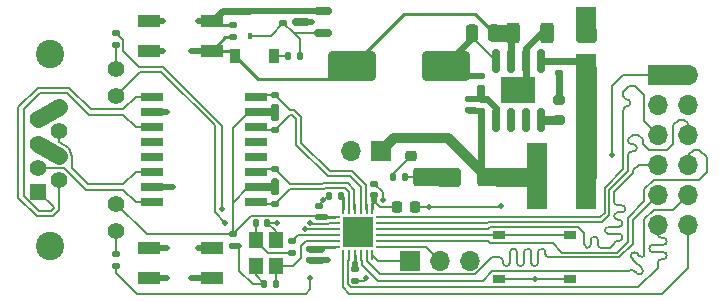
<source format=gtl>
G04 #@! TF.GenerationSoftware,KiCad,Pcbnew,(6.0.8)*
G04 #@! TF.CreationDate,2022-10-23T18:16:55+02:00*
G04 #@! TF.ProjectId,ethernet-pmod,65746865-726e-4657-942d-706d6f642e6b,rev?*
G04 #@! TF.SameCoordinates,Original*
G04 #@! TF.FileFunction,Copper,L1,Top*
G04 #@! TF.FilePolarity,Positive*
%FSLAX46Y46*%
G04 Gerber Fmt 4.6, Leading zero omitted, Abs format (unit mm)*
G04 Created by KiCad (PCBNEW (6.0.8)) date 2022-10-23 18:16:55*
%MOMM*%
%LPD*%
G01*
G04 APERTURE LIST*
G04 Aperture macros list*
%AMRoundRect*
0 Rectangle with rounded corners*
0 $1 Rounding radius*
0 $2 $3 $4 $5 $6 $7 $8 $9 X,Y pos of 4 corners*
0 Add a 4 corners polygon primitive as box body*
4,1,4,$2,$3,$4,$5,$6,$7,$8,$9,$2,$3,0*
0 Add four circle primitives for the rounded corners*
1,1,$1+$1,$2,$3*
1,1,$1+$1,$4,$5*
1,1,$1+$1,$6,$7*
1,1,$1+$1,$8,$9*
0 Add four rect primitives between the rounded corners*
20,1,$1+$1,$2,$3,$4,$5,0*
20,1,$1+$1,$4,$5,$6,$7,0*
20,1,$1+$1,$6,$7,$8,$9,0*
20,1,$1+$1,$8,$9,$2,$3,0*%
G04 Aperture macros list end*
G04 #@! TA.AperFunction,SMDPad,CuDef*
%ADD10RoundRect,0.140000X-0.140000X-0.170000X0.140000X-0.170000X0.140000X0.170000X-0.140000X0.170000X0*%
G04 #@! TD*
G04 #@! TA.AperFunction,SMDPad,CuDef*
%ADD11RoundRect,0.140000X0.170000X-0.140000X0.170000X0.140000X-0.170000X0.140000X-0.170000X-0.140000X0*%
G04 #@! TD*
G04 #@! TA.AperFunction,SMDPad,CuDef*
%ADD12RoundRect,0.200000X0.275000X-0.200000X0.275000X0.200000X-0.275000X0.200000X-0.275000X-0.200000X0*%
G04 #@! TD*
G04 #@! TA.AperFunction,SMDPad,CuDef*
%ADD13RoundRect,0.135000X-0.185000X0.135000X-0.185000X-0.135000X0.185000X-0.135000X0.185000X0.135000X0*%
G04 #@! TD*
G04 #@! TA.AperFunction,ComponentPad*
%ADD14R,1.700000X1.700000*%
G04 #@! TD*
G04 #@! TA.AperFunction,ComponentPad*
%ADD15O,1.700000X1.700000*%
G04 #@! TD*
G04 #@! TA.AperFunction,SMDPad,CuDef*
%ADD16RoundRect,0.140000X0.140000X0.170000X-0.140000X0.170000X-0.140000X-0.170000X0.140000X-0.170000X0*%
G04 #@! TD*
G04 #@! TA.AperFunction,SMDPad,CuDef*
%ADD17RoundRect,0.150000X0.587500X0.150000X-0.587500X0.150000X-0.587500X-0.150000X0.587500X-0.150000X0*%
G04 #@! TD*
G04 #@! TA.AperFunction,SMDPad,CuDef*
%ADD18RoundRect,0.250000X-1.750000X-1.000000X1.750000X-1.000000X1.750000X1.000000X-1.750000X1.000000X0*%
G04 #@! TD*
G04 #@! TA.AperFunction,SMDPad,CuDef*
%ADD19RoundRect,0.250000X1.500000X0.550000X-1.500000X0.550000X-1.500000X-0.550000X1.500000X-0.550000X0*%
G04 #@! TD*
G04 #@! TA.AperFunction,SMDPad,CuDef*
%ADD20RoundRect,0.135000X0.135000X0.185000X-0.135000X0.185000X-0.135000X-0.185000X0.135000X-0.185000X0*%
G04 #@! TD*
G04 #@! TA.AperFunction,SMDPad,CuDef*
%ADD21R,1.800000X2.500000*%
G04 #@! TD*
G04 #@! TA.AperFunction,SMDPad,CuDef*
%ADD22RoundRect,0.218750X0.218750X0.256250X-0.218750X0.256250X-0.218750X-0.256250X0.218750X-0.256250X0*%
G04 #@! TD*
G04 #@! TA.AperFunction,SMDPad,CuDef*
%ADD23RoundRect,0.135000X0.185000X-0.135000X0.185000X0.135000X-0.185000X0.135000X-0.185000X-0.135000X0*%
G04 #@! TD*
G04 #@! TA.AperFunction,SMDPad,CuDef*
%ADD24RoundRect,0.140000X-0.170000X0.140000X-0.170000X-0.140000X0.170000X-0.140000X0.170000X0.140000X0*%
G04 #@! TD*
G04 #@! TA.AperFunction,SMDPad,CuDef*
%ADD25RoundRect,0.218750X0.256250X-0.218750X0.256250X0.218750X-0.256250X0.218750X-0.256250X-0.218750X0*%
G04 #@! TD*
G04 #@! TA.AperFunction,SMDPad,CuDef*
%ADD26R,1.875000X1.050000*%
G04 #@! TD*
G04 #@! TA.AperFunction,SMDPad,CuDef*
%ADD27R,1.800000X5.700000*%
G04 #@! TD*
G04 #@! TA.AperFunction,SMDPad,CuDef*
%ADD28R,1.905000X0.635000*%
G04 #@! TD*
G04 #@! TA.AperFunction,SMDPad,CuDef*
%ADD29RoundRect,0.250000X-0.312500X-0.625000X0.312500X-0.625000X0.312500X0.625000X-0.312500X0.625000X0*%
G04 #@! TD*
G04 #@! TA.AperFunction,SMDPad,CuDef*
%ADD30R,1.000000X0.750000*%
G04 #@! TD*
G04 #@! TA.AperFunction,SMDPad,CuDef*
%ADD31R,0.900000X1.200000*%
G04 #@! TD*
G04 #@! TA.AperFunction,SMDPad,CuDef*
%ADD32RoundRect,0.150000X-0.150000X0.825000X-0.150000X-0.825000X0.150000X-0.825000X0.150000X0.825000X0*%
G04 #@! TD*
G04 #@! TA.AperFunction,ComponentPad*
%ADD33C,0.500000*%
G04 #@! TD*
G04 #@! TA.AperFunction,SMDPad,CuDef*
%ADD34R,3.000000X2.290000*%
G04 #@! TD*
G04 #@! TA.AperFunction,SMDPad,CuDef*
%ADD35RoundRect,0.062500X-0.350000X-0.062500X0.350000X-0.062500X0.350000X0.062500X-0.350000X0.062500X0*%
G04 #@! TD*
G04 #@! TA.AperFunction,SMDPad,CuDef*
%ADD36RoundRect,0.062500X-0.062500X-0.350000X0.062500X-0.350000X0.062500X0.350000X-0.062500X0.350000X0*%
G04 #@! TD*
G04 #@! TA.AperFunction,SMDPad,CuDef*
%ADD37R,2.600000X2.600000*%
G04 #@! TD*
G04 #@! TA.AperFunction,SMDPad,CuDef*
%ADD38R,0.450000X0.600000*%
G04 #@! TD*
G04 #@! TA.AperFunction,ComponentPad*
%ADD39RoundRect,0.217000X-0.483000X0.483000X-0.483000X-0.483000X0.483000X-0.483000X0.483000X0.483000X0*%
G04 #@! TD*
G04 #@! TA.AperFunction,ComponentPad*
%ADD40C,1.400000*%
G04 #@! TD*
G04 #@! TA.AperFunction,ComponentPad*
%ADD41C,2.400000*%
G04 #@! TD*
G04 #@! TA.AperFunction,SMDPad,CuDef*
%ADD42RoundRect,0.135000X-0.135000X-0.185000X0.135000X-0.185000X0.135000X0.185000X-0.135000X0.185000X0*%
G04 #@! TD*
G04 #@! TA.AperFunction,SMDPad,CuDef*
%ADD43RoundRect,0.250000X0.250000X0.475000X-0.250000X0.475000X-0.250000X-0.475000X0.250000X-0.475000X0*%
G04 #@! TD*
G04 #@! TA.AperFunction,SMDPad,CuDef*
%ADD44R,1.200000X1.400000*%
G04 #@! TD*
G04 #@! TA.AperFunction,ViaPad*
%ADD45C,0.500000*%
G04 #@! TD*
G04 #@! TA.AperFunction,Conductor*
%ADD46C,0.250000*%
G04 #@! TD*
G04 #@! TA.AperFunction,Conductor*
%ADD47C,0.200000*%
G04 #@! TD*
G04 #@! TA.AperFunction,Conductor*
%ADD48C,0.560000*%
G04 #@! TD*
G04 #@! TA.AperFunction,Conductor*
%ADD49C,0.500000*%
G04 #@! TD*
G04 #@! TA.AperFunction,Conductor*
%ADD50C,0.635000*%
G04 #@! TD*
G04 #@! TA.AperFunction,Conductor*
%ADD51C,0.640000*%
G04 #@! TD*
G04 #@! TA.AperFunction,Conductor*
%ADD52C,1.700000*%
G04 #@! TD*
G04 #@! TA.AperFunction,Conductor*
%ADD53C,0.620000*%
G04 #@! TD*
G04 #@! TA.AperFunction,Conductor*
%ADD54C,1.800000*%
G04 #@! TD*
G04 #@! TA.AperFunction,Conductor*
%ADD55C,0.600000*%
G04 #@! TD*
G04 #@! TA.AperFunction,Conductor*
%ADD56C,1.450000*%
G04 #@! TD*
G04 #@! TA.AperFunction,Conductor*
%ADD57C,0.540000*%
G04 #@! TD*
G04 #@! TA.AperFunction,Conductor*
%ADD58C,1.600000*%
G04 #@! TD*
G04 #@! TA.AperFunction,Conductor*
%ADD59C,0.875000*%
G04 #@! TD*
G04 #@! TA.AperFunction,Conductor*
%ADD60C,1.400000*%
G04 #@! TD*
G04 #@! TA.AperFunction,Conductor*
%ADD61C,0.800000*%
G04 #@! TD*
G04 APERTURE END LIST*
D10*
X141850000Y-106200000D03*
X142810000Y-106200000D03*
D11*
X159900000Y-96650000D03*
X159900000Y-95690000D03*
D12*
X167550000Y-97475000D03*
X167550000Y-95825000D03*
D13*
X143500000Y-103590000D03*
X143500000Y-104610000D03*
D14*
X154900000Y-109400000D03*
D15*
X157440000Y-109400000D03*
X159980000Y-109400000D03*
D16*
X143550000Y-111400000D03*
X142590000Y-111400000D03*
D17*
X147537500Y-90150000D03*
X147537500Y-88250000D03*
X145662500Y-89200000D03*
D18*
X150000000Y-92900000D03*
X158000000Y-92900000D03*
D14*
X152450000Y-100125000D03*
D15*
X149910000Y-100125000D03*
D11*
X147200000Y-105750000D03*
X147200000Y-104790000D03*
D19*
X162350000Y-102350000D03*
X156950000Y-102350000D03*
D20*
X149105000Y-103900000D03*
X148085000Y-103900000D03*
D21*
X169850000Y-93200000D03*
X169850000Y-89200000D03*
D22*
X155387500Y-104900000D03*
X153812500Y-104900000D03*
D13*
X130030000Y-90110000D03*
X130030000Y-91130000D03*
D23*
X143500000Y-102710000D03*
X143500000Y-101690000D03*
D24*
X139900000Y-107170000D03*
X139900000Y-108130000D03*
D14*
X175920000Y-93650000D03*
D15*
X178460000Y-93650000D03*
X175920000Y-96190000D03*
X178460000Y-96190000D03*
X175920000Y-98730000D03*
X178460000Y-98730000D03*
X175920000Y-101270000D03*
X178460000Y-101270000D03*
X175920000Y-103810000D03*
X178460000Y-103810000D03*
X175920000Y-106350000D03*
X178460000Y-106350000D03*
D23*
X143500000Y-96410000D03*
X143500000Y-95390000D03*
D25*
X155000000Y-100587500D03*
X155000000Y-99012500D03*
D26*
X138162500Y-110850000D03*
X132837500Y-110850000D03*
X138162500Y-108350000D03*
X132837500Y-108350000D03*
D23*
X144900000Y-108800000D03*
X144900000Y-107780000D03*
D27*
X169850000Y-102250000D03*
X165650000Y-102250000D03*
D11*
X151900000Y-103880000D03*
X151900000Y-102920000D03*
D28*
X141881500Y-104445000D03*
X141881500Y-103175000D03*
X141881500Y-101905000D03*
X141881500Y-100635000D03*
X141881500Y-99365000D03*
X141881500Y-98095000D03*
X141881500Y-96825000D03*
X141881500Y-95555000D03*
X133118500Y-95555000D03*
X133118500Y-96825000D03*
X133118500Y-98095000D03*
X133118500Y-99365000D03*
X133118500Y-100635000D03*
X133118500Y-101905000D03*
X133118500Y-103175000D03*
X133118500Y-104445000D03*
D23*
X130030000Y-109890000D03*
X130030000Y-108870000D03*
D11*
X167550000Y-93485000D03*
X167550000Y-92525000D03*
D23*
X160900000Y-94810000D03*
X160900000Y-93790000D03*
D29*
X163637500Y-90100000D03*
X166562500Y-90100000D03*
D24*
X147430000Y-108405000D03*
X147430000Y-109365000D03*
D30*
X168500000Y-111000000D03*
X162500000Y-111000000D03*
X162500000Y-107250000D03*
X168500000Y-107250000D03*
D23*
X139900000Y-90510000D03*
X139900000Y-89490000D03*
D24*
X150250000Y-110130000D03*
X150250000Y-111090000D03*
D31*
X140150000Y-92100000D03*
X143450000Y-92100000D03*
D32*
X166005000Y-92525000D03*
X164735000Y-92525000D03*
X163465000Y-92525000D03*
X162195000Y-92525000D03*
X162195000Y-97475000D03*
X163465000Y-97475000D03*
X164735000Y-97475000D03*
X166005000Y-97475000D03*
D33*
X164100000Y-94350000D03*
X163100000Y-95650000D03*
X163100000Y-94350000D03*
X165100000Y-95650000D03*
X165100000Y-94350000D03*
X164100000Y-95650000D03*
D34*
X164100000Y-95000000D03*
D35*
X148562500Y-105750000D03*
X148562500Y-106250000D03*
X148562500Y-106750000D03*
X148562500Y-107250000D03*
X148562500Y-107750000D03*
X148562500Y-108250000D03*
D36*
X149250000Y-108937500D03*
X149750000Y-108937500D03*
X150250000Y-108937500D03*
X150750000Y-108937500D03*
X151250000Y-108937500D03*
X151750000Y-108937500D03*
D35*
X152437500Y-108250000D03*
X152437500Y-107750000D03*
X152437500Y-107250000D03*
X152437500Y-106750000D03*
X152437500Y-106250000D03*
X152437500Y-105750000D03*
D36*
X151750000Y-105062500D03*
X151250000Y-105062500D03*
X150750000Y-105062500D03*
X150250000Y-105062500D03*
X149750000Y-105062500D03*
X149250000Y-105062500D03*
D37*
X150500000Y-107000000D03*
D23*
X144200000Y-89270000D03*
X144200000Y-88250000D03*
D38*
X141400000Y-90350000D03*
X141400000Y-88250000D03*
D39*
X123440000Y-103570000D03*
D40*
X125220000Y-102550000D03*
X123440000Y-101530000D03*
X125220000Y-100510000D03*
X123440000Y-99490000D03*
X125220000Y-98470000D03*
X123440000Y-97450000D03*
X125220000Y-96430000D03*
X130030000Y-106860000D03*
X130030000Y-104570000D03*
X130030000Y-95430000D03*
X130030000Y-93140000D03*
D41*
X124460000Y-91870000D03*
X124460000Y-108130000D03*
D23*
X160900000Y-96710000D03*
X160900000Y-95690000D03*
D26*
X138162500Y-91650000D03*
X132837500Y-91650000D03*
X138162500Y-89150000D03*
X132837500Y-89150000D03*
D42*
X144590000Y-92100000D03*
X145610000Y-92100000D03*
D24*
X146480000Y-108405000D03*
X146480000Y-109365000D03*
D42*
X153490000Y-102350000D03*
X154510000Y-102350000D03*
D43*
X162050000Y-90100000D03*
X160150000Y-90100000D03*
D44*
X141850000Y-107700000D03*
X141850000Y-109900000D03*
X143550000Y-109900000D03*
X143550000Y-107700000D03*
D13*
X143500000Y-97290000D03*
X143500000Y-98310000D03*
D45*
X140460000Y-108130000D03*
X151000000Y-106500000D03*
X152600000Y-104300000D03*
X148000000Y-109365000D03*
X151200000Y-110900000D03*
X150000000Y-107500000D03*
X139300000Y-106200000D03*
X150000000Y-106500000D03*
X165500000Y-111000000D03*
X147600000Y-104300000D03*
X151000000Y-107500000D03*
X143700000Y-106200000D03*
X147800000Y-105750000D03*
X151900000Y-104400000D03*
X162600000Y-104800000D03*
X150250000Y-109600000D03*
X172000000Y-100500000D03*
X156500000Y-104900000D03*
X136400000Y-91650000D03*
X136400000Y-110850000D03*
X158950000Y-102350000D03*
X159600000Y-91200000D03*
X169850000Y-90700000D03*
X146650000Y-89200000D03*
X169200000Y-90700000D03*
X170500000Y-90700000D03*
X158950000Y-101800000D03*
X158950000Y-102900000D03*
X134900000Y-103175000D03*
X134325000Y-110850000D03*
X136975000Y-108350000D03*
X136975000Y-89150000D03*
X134325000Y-96825000D03*
X134325000Y-108350000D03*
X134025000Y-91650000D03*
X134025000Y-89150000D03*
X146500000Y-106200000D03*
X146450000Y-110900000D03*
X139000000Y-105000000D03*
X146000000Y-106700000D03*
D46*
X148562500Y-108250000D02*
X147585000Y-108250000D01*
D47*
X147585000Y-108250000D02*
X147430000Y-108405000D01*
D48*
X146480000Y-108405000D02*
X147430000Y-108405000D01*
D47*
X130030000Y-95430000D02*
X132060000Y-93400000D01*
X152600000Y-103620000D02*
X152600000Y-104300000D01*
D49*
X147430000Y-109365000D02*
X148000000Y-109365000D01*
D47*
X141850000Y-109900000D02*
X141850000Y-110660000D01*
X143550000Y-106940000D02*
X142810000Y-106200000D01*
X140460000Y-108130000D02*
X140460000Y-110260000D01*
X138400000Y-97965686D02*
X138400000Y-105300000D01*
X141850000Y-110660000D02*
X142590000Y-111400000D01*
X150250000Y-111090000D02*
X151010000Y-111090000D01*
X151900000Y-102920000D02*
X152600000Y-103620000D01*
X165500000Y-111000000D02*
X168500000Y-111000000D01*
D49*
X139900000Y-108130000D02*
X140460000Y-108130000D01*
D47*
X140460000Y-110260000D02*
X141600000Y-111400000D01*
X133834314Y-93400000D02*
X138400000Y-97965686D01*
X142810000Y-106200000D02*
X143700000Y-106200000D01*
X148085000Y-103900000D02*
X148000000Y-103900000D01*
X147200000Y-104790000D02*
X147200000Y-104700000D01*
X162500000Y-111000000D02*
X165500000Y-111000000D01*
X147200000Y-104700000D02*
X147600000Y-104300000D01*
X132060000Y-93400000D02*
X133834314Y-93400000D01*
X141600000Y-111400000D02*
X142590000Y-111400000D01*
X148000000Y-103900000D02*
X147600000Y-104300000D01*
X151010000Y-111090000D02*
X151200000Y-110900000D01*
X138400000Y-105300000D02*
X139300000Y-106200000D01*
X143550000Y-107700000D02*
X143550000Y-106940000D01*
D48*
X146480000Y-109365000D02*
X147430000Y-109365000D01*
D50*
X141881500Y-96825000D02*
X143500000Y-96825000D01*
D47*
X141246500Y-103175000D02*
X141881500Y-103175000D01*
X139900000Y-104521500D02*
X141246500Y-103175000D01*
X130030000Y-104570000D02*
X132630000Y-107170000D01*
D51*
X143500000Y-96825000D02*
X143500000Y-96460000D01*
D47*
X132630000Y-107170000D02*
X139900000Y-107170000D01*
X141281500Y-96825000D02*
X141881500Y-96825000D01*
X141480000Y-105590000D02*
X147040000Y-105590000D01*
D46*
X148562500Y-105750000D02*
X147800000Y-105750000D01*
D47*
X153812500Y-104900000D02*
X152400000Y-104900000D01*
X139900000Y-107170000D02*
X139900000Y-104521500D01*
D51*
X143500000Y-103175000D02*
X143500000Y-103540000D01*
D46*
X151750000Y-104550000D02*
X151900000Y-104400000D01*
D47*
X141480000Y-105590000D02*
X139900000Y-107170000D01*
X152400000Y-104900000D02*
X151900000Y-104400000D01*
D51*
X143500000Y-103175000D02*
X143500000Y-102760000D01*
D47*
X139900000Y-104521500D02*
X139900000Y-98206500D01*
D49*
X151900000Y-103880000D02*
X151900000Y-104400000D01*
D47*
X139900000Y-98206500D02*
X141281500Y-96825000D01*
D46*
X151750000Y-105062500D02*
X151750000Y-104550000D01*
D50*
X141881500Y-103175000D02*
X143500000Y-103175000D01*
D49*
X147200000Y-105750000D02*
X147800000Y-105750000D01*
D51*
X143500000Y-96825000D02*
X143500000Y-97240000D01*
D47*
X147040000Y-105590000D02*
X147200000Y-105750000D01*
D46*
X150250000Y-108937500D02*
X150250000Y-109600000D01*
D47*
X172000000Y-94650000D02*
X173000000Y-93650000D01*
X155387500Y-104900000D02*
X156500000Y-104900000D01*
D49*
X150250000Y-110130000D02*
X150250000Y-109600000D01*
D47*
X162500000Y-104900000D02*
X162600000Y-104800000D01*
X173000000Y-93650000D02*
X175920000Y-93650000D01*
X156500000Y-104900000D02*
X162500000Y-104900000D01*
X172000000Y-100500000D02*
X172000000Y-94650000D01*
D52*
X178460000Y-93650000D02*
X175920000Y-93650000D01*
D53*
X167550000Y-93515000D02*
X167550000Y-95825000D01*
D48*
X167550000Y-92525000D02*
X169175000Y-92525000D01*
D54*
X169850000Y-102250000D02*
X169850000Y-93200000D01*
D47*
X169175000Y-92525000D02*
X169850000Y-93200000D01*
D48*
X167550000Y-92525000D02*
X166005000Y-92525000D01*
D46*
X140150000Y-92100000D02*
X142075000Y-94025000D01*
X138162500Y-91650000D02*
X139700000Y-91650000D01*
X139700000Y-91650000D02*
X140150000Y-92100000D01*
D47*
X163465000Y-90272500D02*
X163637500Y-90100000D01*
D49*
X136400000Y-91650000D02*
X138162500Y-91650000D01*
D46*
X142075000Y-94025000D02*
X148875000Y-94025000D01*
D55*
X163465000Y-92525000D02*
X163465000Y-90272500D01*
D46*
X160450000Y-88500000D02*
X154400000Y-88500000D01*
D56*
X162275000Y-90100000D02*
X163475000Y-90100000D01*
D49*
X138162500Y-110850000D02*
X136400000Y-110850000D01*
D46*
X162050000Y-90100000D02*
X160450000Y-88500000D01*
X148875000Y-94025000D02*
X150000000Y-92900000D01*
X154400000Y-88500000D02*
X150000000Y-92900000D01*
X139302500Y-90510000D02*
X139900000Y-90510000D01*
X138162500Y-91650000D02*
X139302500Y-90510000D01*
D49*
X160150000Y-90650000D02*
X159600000Y-91200000D01*
X169850000Y-89200000D02*
X169850000Y-90700000D01*
D47*
X160150000Y-90480000D02*
X162195000Y-92525000D01*
D49*
X156950000Y-102350000D02*
X158950000Y-102350000D01*
X158950000Y-101800000D02*
X158950000Y-102350000D01*
D47*
X170500000Y-89850000D02*
X169850000Y-89200000D01*
D49*
X170500000Y-90700000D02*
X170500000Y-89850000D01*
D47*
X154510000Y-102350000D02*
X156950000Y-102350000D01*
D57*
X160900000Y-93790000D02*
X158890000Y-93790000D01*
D49*
X158950000Y-101800000D02*
X157500000Y-101800000D01*
D47*
X157500000Y-101800000D02*
X156950000Y-102350000D01*
X169200000Y-89850000D02*
X169850000Y-89200000D01*
D49*
X160150000Y-90100000D02*
X160150000Y-90650000D01*
D47*
X157500000Y-102900000D02*
X156950000Y-102350000D01*
D49*
X158000000Y-92800000D02*
X158000000Y-92900000D01*
X159600000Y-91200000D02*
X158000000Y-92800000D01*
X145662500Y-89200000D02*
X146650000Y-89200000D01*
D47*
X160150000Y-90100000D02*
X160150000Y-90480000D01*
D49*
X169200000Y-90700000D02*
X169850000Y-90700000D01*
X158950000Y-102900000D02*
X158950000Y-102350000D01*
X158950000Y-102900000D02*
X157500000Y-102900000D01*
X169200000Y-90700000D02*
X169200000Y-89850000D01*
D47*
X158890000Y-93790000D02*
X158000000Y-92900000D01*
D49*
X170500000Y-90700000D02*
X169850000Y-90700000D01*
D47*
X162350000Y-102350000D02*
X161450000Y-102350000D01*
D58*
X165550000Y-102350000D02*
X162350000Y-102350000D01*
D47*
X161450000Y-102350000D02*
X160900000Y-101800000D01*
D59*
X155000000Y-99012500D02*
X158112500Y-99012500D01*
X155000000Y-99012500D02*
X153562500Y-99012500D01*
X158112500Y-99012500D02*
X160900000Y-101800000D01*
D47*
X165650000Y-102250000D02*
X165550000Y-102350000D01*
D59*
X153562500Y-99012500D02*
X152450000Y-100125000D01*
D57*
X160900000Y-96710000D02*
X160430000Y-96710000D01*
D48*
X159900000Y-96650000D02*
X160370000Y-96650000D01*
D55*
X160900000Y-96740000D02*
X160900000Y-101800000D01*
D57*
X160430000Y-96710000D02*
X160370000Y-96650000D01*
D55*
X162195000Y-96455000D02*
X161430000Y-95690000D01*
D51*
X160900000Y-94860000D02*
X160900000Y-95640000D01*
D55*
X161430000Y-95690000D02*
X160900000Y-95690000D01*
X162195000Y-97475000D02*
X162195000Y-96455000D01*
D57*
X159900000Y-95690000D02*
X160900000Y-95690000D01*
D47*
X143450000Y-92100000D02*
X144590000Y-92100000D01*
D49*
X133118500Y-103175000D02*
X134900000Y-103175000D01*
X134325000Y-110850000D02*
X132837500Y-110850000D01*
D55*
X141325000Y-88250000D02*
X139062500Y-88250000D01*
D49*
X136975000Y-89150000D02*
X138162500Y-89150000D01*
D55*
X139062500Y-88250000D02*
X138162500Y-89150000D01*
D49*
X138162500Y-108350000D02*
X136975000Y-108350000D01*
D57*
X147537500Y-88250000D02*
X144200000Y-88250000D01*
D46*
X138502500Y-89490000D02*
X138162500Y-89150000D01*
X139900000Y-89490000D02*
X138502500Y-89490000D01*
D57*
X141445000Y-88250000D02*
X144200000Y-88250000D01*
D49*
X133118500Y-96825000D02*
X134325000Y-96825000D01*
X134325000Y-108350000D02*
X132837500Y-108350000D01*
X132837500Y-91650000D02*
X134025000Y-91650000D01*
D60*
X123440000Y-99490000D02*
X125220000Y-100510000D01*
X123440000Y-97450000D02*
X125220000Y-96430000D01*
D49*
X132837500Y-89150000D02*
X134025000Y-89150000D01*
D47*
X141400000Y-90350000D02*
X143120000Y-90350000D01*
X145610000Y-92100000D02*
X145610000Y-90680000D01*
X145080000Y-90150000D02*
X144200000Y-89270000D01*
X143120000Y-90350000D02*
X144200000Y-89270000D01*
X145610000Y-90680000D02*
X145080000Y-90150000D01*
X147537500Y-90150000D02*
X145080000Y-90150000D01*
X155000000Y-100587500D02*
X153490000Y-102097500D01*
X153490000Y-102097500D02*
X153490000Y-102350000D01*
X147950000Y-106330000D02*
X146630000Y-106330000D01*
X148562500Y-106250000D02*
X148030000Y-106250000D01*
X146450000Y-110900000D02*
X146450000Y-111850000D01*
X148030000Y-106250000D02*
X147950000Y-106330000D01*
X146630000Y-106330000D02*
X146500000Y-106200000D01*
X146450000Y-111850000D02*
X146100000Y-112200000D01*
X130030000Y-110430000D02*
X131800000Y-112200000D01*
X130030000Y-109890000D02*
X130030000Y-110430000D01*
X131800000Y-112200000D02*
X146100000Y-112200000D01*
X148562500Y-106750000D02*
X146050000Y-106750000D01*
X130650000Y-90730000D02*
X130030000Y-90110000D01*
X130650000Y-91650000D02*
X130650000Y-90730000D01*
X132000000Y-93000000D02*
X130650000Y-91650000D01*
X134000000Y-93000000D02*
X132000000Y-93000000D01*
X146050000Y-106750000D02*
X146000000Y-106700000D01*
X139000000Y-98000000D02*
X134000000Y-93000000D01*
X139000000Y-105000000D02*
X139000000Y-98000000D01*
X176260000Y-112200000D02*
X178460000Y-110000000D01*
X149240000Y-111640000D02*
X149800000Y-112200000D01*
X149800000Y-112200000D02*
X176260000Y-112200000D01*
X149240000Y-108947500D02*
X149240000Y-111640000D01*
X149250000Y-108937500D02*
X149240000Y-108947500D01*
X178460000Y-110000000D02*
X178460000Y-106350000D01*
X173706463Y-109209256D02*
X173921470Y-109424263D01*
X174345734Y-109000000D02*
X174345735Y-109000000D01*
X173445000Y-110325000D02*
X161875000Y-110325000D01*
X150860000Y-109472652D02*
X150750000Y-109362652D01*
X178460000Y-103810000D02*
X177190000Y-105080000D01*
X152200000Y-111100000D02*
X150860000Y-109760000D01*
X173921470Y-109424263D02*
X174560743Y-110063537D01*
X161100000Y-111100000D02*
X152200000Y-111100000D01*
X173497208Y-110272794D02*
X173445000Y-110325000D01*
X175560000Y-105080000D02*
X174770000Y-105870000D01*
X174136479Y-110487801D02*
X173921472Y-110272794D01*
X174770000Y-105870000D02*
X174770000Y-109000000D01*
X177190000Y-105080000D02*
X175560000Y-105080000D01*
X150750000Y-109362652D02*
X150750000Y-108937500D01*
X174345735Y-109000000D02*
X174130727Y-108784992D01*
X150860000Y-109760000D02*
X150860000Y-109472652D01*
X161875000Y-110325000D02*
X161100000Y-111100000D01*
X173706464Y-108784993D02*
G75*
G02*
X174130726Y-108784993I212131J-212131D01*
G01*
X173706487Y-109209232D02*
G75*
G02*
X173706463Y-108784992I212113J212132D01*
G01*
X174345734Y-109000000D02*
G75*
G03*
X174770000Y-109000000I212133J212134D01*
G01*
X173497209Y-110272795D02*
G75*
G02*
X173921471Y-110272795I212131J-212131D01*
G01*
X174560774Y-110487832D02*
G75*
G03*
X174560743Y-110063537I-212174J212132D01*
G01*
X174136480Y-110487800D02*
G75*
G03*
X174560742Y-110487800I212131J212131D01*
G01*
X167000000Y-107925000D02*
X161700000Y-107925000D01*
X178460000Y-100500000D02*
X178960000Y-100000000D01*
X173370000Y-105794314D02*
X173370000Y-107834314D01*
X174770000Y-103330000D02*
X174770000Y-104394314D01*
X173370000Y-107834314D02*
X172479314Y-108725000D01*
X167800000Y-108725000D02*
X167000000Y-107925000D01*
X172479314Y-108725000D02*
X167800000Y-108725000D01*
X179400000Y-102540000D02*
X175560000Y-102540000D01*
X180035000Y-100635000D02*
X180035000Y-101905000D01*
X161525000Y-107750000D02*
X152437500Y-107750000D01*
X179400000Y-100000000D02*
X180035000Y-100635000D01*
X178460000Y-101270000D02*
X178460000Y-100500000D01*
X174770000Y-104394314D02*
X173370000Y-105794314D01*
X178960000Y-100000000D02*
X179400000Y-100000000D01*
X161700000Y-107925000D02*
X161525000Y-107750000D01*
X180035000Y-101905000D02*
X179400000Y-102540000D01*
X175560000Y-102540000D02*
X174770000Y-103330000D01*
X174650000Y-99130000D02*
X174250000Y-98730000D01*
X177190000Y-97960000D02*
X177190000Y-99500000D01*
X178460000Y-97760000D02*
X178160000Y-97460000D01*
X177690000Y-97460000D02*
X177190000Y-97960000D01*
X176690000Y-100000000D02*
X175150000Y-100000000D01*
X173400000Y-100470038D02*
X173400000Y-101815686D01*
X173400000Y-99130000D02*
X173400000Y-99260000D01*
X175150000Y-100000000D02*
X174650000Y-99500000D01*
X174650000Y-99500000D02*
X174650000Y-99130000D01*
X178160000Y-97460000D02*
X177690000Y-97460000D01*
X173400000Y-101815686D02*
X171800000Y-103415686D01*
X173836809Y-100160000D02*
X173700000Y-100160000D01*
X173700000Y-99560000D02*
X173836809Y-99560000D01*
X178460000Y-98730000D02*
X178460000Y-97760000D01*
X173400000Y-100460000D02*
X173400000Y-100470038D01*
X171800000Y-105565686D02*
X171190686Y-106175000D01*
X177190000Y-99500000D02*
X176690000Y-100000000D01*
X161534315Y-106175000D02*
X161459314Y-106250000D01*
X173800000Y-98730000D02*
X173400000Y-99130000D01*
X174250000Y-98730000D02*
X173800000Y-98730000D01*
X161459314Y-106250000D02*
X152437500Y-106250000D01*
X171190686Y-106175000D02*
X161534315Y-106175000D01*
X171800000Y-103415686D02*
X171800000Y-105565686D01*
X174136800Y-99860000D02*
G75*
G03*
X173836809Y-99560000I-300000J0D01*
G01*
X173836809Y-100160009D02*
G75*
G03*
X174136809Y-99860000I-9J300009D01*
G01*
X173400000Y-100460000D02*
G75*
G02*
X173700000Y-100160000I300000J0D01*
G01*
X173700000Y-99560000D02*
G75*
G02*
X173400000Y-99260000I0J300000D01*
G01*
X174245000Y-111675000D02*
X175920000Y-110000000D01*
X149640000Y-111412254D02*
X149902746Y-111675000D01*
X175920000Y-107180000D02*
X175920000Y-106350000D01*
X149750000Y-109350000D02*
X149640000Y-109460000D01*
X176369507Y-107480000D02*
X176220000Y-107480000D01*
X176220000Y-109280000D02*
X176369507Y-109280000D01*
X149902746Y-111675000D02*
X174245000Y-111675000D01*
X176220000Y-108680000D02*
X175470493Y-108680000D01*
X149750000Y-108937500D02*
X149750000Y-109350000D01*
X149640000Y-109460000D02*
X149640000Y-111412254D01*
X176369507Y-108680000D02*
X176220000Y-108680000D01*
X175920000Y-108080000D02*
X176369507Y-108080000D01*
X175920000Y-110000000D02*
X175920000Y-109580000D01*
X175470493Y-108080000D02*
X175920000Y-108080000D01*
X176369507Y-107479993D02*
G75*
G02*
X176669507Y-107780000I-7J-300007D01*
G01*
X176669500Y-107780000D02*
G75*
G02*
X176369507Y-108080000I-300000J0D01*
G01*
X176669500Y-108980000D02*
G75*
G02*
X176369507Y-109280000I-300000J0D01*
G01*
X175920000Y-107180000D02*
G75*
G03*
X176220000Y-107480000I300000J0D01*
G01*
X175170500Y-108380000D02*
G75*
G03*
X175470493Y-108680000I300000J0D01*
G01*
X175470493Y-108079993D02*
G75*
G03*
X175170493Y-108380000I7J-300007D01*
G01*
X176220000Y-109280000D02*
G75*
G03*
X175920000Y-109580000I0J-300000D01*
G01*
X176369507Y-108679993D02*
G75*
G02*
X176669507Y-108980000I-7J-300007D01*
G01*
X166385000Y-108683195D02*
X166385000Y-108825000D01*
X163985000Y-108683195D02*
X163985000Y-109125000D01*
X163385000Y-109566805D02*
X163385000Y-109425000D01*
X165785000Y-109125000D02*
X165785000Y-108683195D01*
X152350000Y-110550000D02*
X160456346Y-110550000D01*
X165185000Y-109125000D02*
X165185000Y-109566805D01*
X160456346Y-110550000D02*
X161881346Y-109125000D01*
X173770000Y-108000000D02*
X173770000Y-105960000D01*
X165185000Y-108683195D02*
X165185000Y-109125000D01*
X151250000Y-108937500D02*
X151260000Y-108947500D01*
X165785000Y-109566805D02*
X165785000Y-109125000D01*
X164585000Y-109125000D02*
X164585000Y-108683195D01*
X167852136Y-109125000D02*
X172645000Y-109125000D01*
X151260000Y-109460000D02*
X152350000Y-110550000D01*
X173770000Y-105960000D02*
X175920000Y-103810000D01*
X166685000Y-109125000D02*
X167852136Y-109125000D01*
X151260000Y-108947500D02*
X151260000Y-109460000D01*
X163385000Y-109425000D02*
X163385000Y-108683195D01*
X162785000Y-109425000D02*
X162785000Y-109566805D01*
X161881346Y-109125000D02*
X162485000Y-109125000D01*
X172645000Y-109125000D02*
X173770000Y-108000000D01*
X163985000Y-109125000D02*
X163985000Y-109566805D01*
X164585000Y-109566805D02*
X164585000Y-109125000D01*
X166685000Y-109125000D02*
G75*
G02*
X166385000Y-108825000I0J300000D01*
G01*
X166085000Y-108383200D02*
G75*
G03*
X165785000Y-108683195I0J-300000D01*
G01*
X163385005Y-109566805D02*
G75*
G02*
X163085000Y-109866805I-300005J5D01*
G01*
X165485000Y-109866800D02*
G75*
G02*
X165185000Y-109566805I0J300000D01*
G01*
X163985005Y-108683195D02*
G75*
G03*
X163685000Y-108383195I-300005J-5D01*
G01*
X164285000Y-109866800D02*
G75*
G02*
X163985000Y-109566805I0J300000D01*
G01*
X165185005Y-108683195D02*
G75*
G03*
X164885000Y-108383195I-300005J-5D01*
G01*
X164885000Y-108383200D02*
G75*
G03*
X164585000Y-108683195I0J-300000D01*
G01*
X165785005Y-109566805D02*
G75*
G02*
X165485000Y-109866805I-300005J5D01*
G01*
X163685000Y-108383200D02*
G75*
G03*
X163385000Y-108683195I0J-300000D01*
G01*
X164585005Y-109566805D02*
G75*
G02*
X164285000Y-109866805I-300005J5D01*
G01*
X166385005Y-108683195D02*
G75*
G03*
X166085000Y-108383195I-300005J-5D01*
G01*
X163085000Y-109866800D02*
G75*
G02*
X162785000Y-109566805I0J300000D01*
G01*
X162785000Y-109425000D02*
G75*
G03*
X162485000Y-109125000I-300000J0D01*
G01*
X172200000Y-104425000D02*
X172200000Y-104375000D01*
X171730537Y-106525000D02*
X172200000Y-106525000D01*
X171175000Y-108325000D02*
X171900000Y-108325000D01*
X171900000Y-108325000D02*
X172200000Y-108025000D01*
X172500000Y-107125000D02*
X171730537Y-107125000D01*
X170825000Y-107655537D02*
X170825000Y-108025000D01*
X172869463Y-104725000D02*
X172500000Y-104725000D01*
X171125000Y-108325000D02*
X171175000Y-108325000D01*
X169125000Y-106575000D02*
X169625000Y-107075000D01*
X161525000Y-106750000D02*
X161700000Y-106575000D01*
X172500000Y-105325000D02*
X172869463Y-105325000D01*
X172200000Y-103581372D02*
X173800000Y-101981372D01*
X174300000Y-101270000D02*
X175920000Y-101270000D01*
X161700000Y-106575000D02*
X169125000Y-106575000D01*
X170225000Y-108025000D02*
X170225000Y-107655537D01*
X172200000Y-106525000D02*
X172619463Y-106525000D01*
X173800000Y-101770000D02*
X174300000Y-101270000D01*
X169625000Y-107075000D02*
X169625000Y-108025000D01*
X172619463Y-105925000D02*
X172500000Y-105925000D01*
X169625000Y-108025000D02*
X169925000Y-108325000D01*
X172619463Y-107125000D02*
X172500000Y-107125000D01*
X152437500Y-106750000D02*
X161525000Y-106750000D01*
X172500000Y-107725000D02*
X172619463Y-107725000D01*
X173800000Y-101981372D02*
X173800000Y-101770000D01*
X172200000Y-104375000D02*
X172200000Y-103581372D01*
X172869463Y-104725037D02*
G75*
G02*
X173169463Y-105025000I37J-299963D01*
G01*
X172919500Y-106225000D02*
G75*
G02*
X172619463Y-106525000I-300000J0D01*
G01*
X172500000Y-105325000D02*
G75*
G03*
X172200000Y-105625000I0J-300000D01*
G01*
X172200000Y-104425000D02*
G75*
G03*
X172500000Y-104725000I300000J0D01*
G01*
X172500000Y-107725000D02*
G75*
G03*
X172200000Y-108025000I0J-300000D01*
G01*
X170824963Y-107655537D02*
G75*
G03*
X170525000Y-107355537I-299963J37D01*
G01*
X172919500Y-107425000D02*
G75*
G02*
X172619463Y-107725000I-300000J0D01*
G01*
X172619463Y-105925037D02*
G75*
G02*
X172919463Y-106225000I37J-299963D01*
G01*
X170225000Y-108025000D02*
G75*
G02*
X169925000Y-108325000I-300000J0D01*
G01*
X171730537Y-106525037D02*
G75*
G03*
X171430537Y-106825000I-37J-299963D01*
G01*
X173169500Y-105025000D02*
G75*
G02*
X172869463Y-105325000I-300000J0D01*
G01*
X171430500Y-106825000D02*
G75*
G03*
X171730537Y-107125000I300000J0D01*
G01*
X170525000Y-107355500D02*
G75*
G03*
X170225000Y-107655537I0J-300000D01*
G01*
X172200000Y-105625000D02*
G75*
G03*
X172500000Y-105925000I300000J0D01*
G01*
X172619463Y-107125037D02*
G75*
G02*
X172919463Y-107425000I37J-299963D01*
G01*
X171125000Y-108325000D02*
G75*
G02*
X170825000Y-108025000I0J300000D01*
G01*
X171400000Y-103250000D02*
X171400000Y-105400000D01*
X173566170Y-96026170D02*
X173566170Y-96060000D01*
X174770000Y-97580000D02*
X174770000Y-95420000D01*
X171400000Y-105400000D02*
X171050000Y-105750000D01*
X171050000Y-105750000D02*
X152437500Y-105750000D01*
X173000000Y-101650000D02*
X171400000Y-103250000D01*
X175920000Y-98730000D02*
X174770000Y-97580000D01*
X174000000Y-94650000D02*
X173500000Y-94650000D01*
X173500000Y-94650000D02*
X173000000Y-95150000D01*
X173000000Y-95150000D02*
X173000000Y-95460000D01*
X173000000Y-96660000D02*
X173000000Y-101650000D01*
X173000000Y-96626170D02*
X173000000Y-96660000D01*
X174770000Y-95420000D02*
X174000000Y-94650000D01*
X172999985Y-96626170D02*
G75*
G02*
X173283085Y-96343085I283115J-30D01*
G01*
X173283085Y-96343070D02*
G75*
G03*
X173566170Y-96060000I15J283070D01*
G01*
X173283085Y-95743100D02*
G75*
G02*
X173000000Y-95460000I15J283100D01*
G01*
X173566215Y-96026170D02*
G75*
G03*
X173283085Y-95743085I-283115J-30D01*
G01*
X152212500Y-109400000D02*
X154900000Y-109400000D01*
X151750000Y-108937500D02*
X152212500Y-109400000D01*
X156290000Y-108250000D02*
X157440000Y-109400000D01*
X152437500Y-108250000D02*
X156290000Y-108250000D01*
X151225001Y-105037501D02*
X151225001Y-103006801D01*
X151225001Y-103006801D02*
X150043200Y-101825000D01*
X148143200Y-101825000D02*
X145725000Y-99406800D01*
X144734999Y-96624999D02*
X143500000Y-95390000D01*
X142046500Y-95390000D02*
X141881500Y-95555000D01*
X151250000Y-105062500D02*
X151225001Y-105037501D01*
X145725000Y-97256800D02*
X145093199Y-96624999D01*
X145093199Y-96624999D02*
X144734999Y-96624999D01*
X143500000Y-95390000D02*
X142046500Y-95390000D01*
X150043200Y-101825000D02*
X148143200Y-101825000D01*
X145725000Y-99406800D02*
X145725000Y-97256800D01*
X145275000Y-99593200D02*
X145275000Y-97443200D01*
X150774999Y-103193199D02*
X149856800Y-102275000D01*
X150774999Y-105037501D02*
X150774999Y-103193199D01*
X145275000Y-97443200D02*
X144906801Y-97075001D01*
X149856800Y-102275000D02*
X147956800Y-102275000D01*
X144734999Y-97075001D02*
X143500000Y-98310000D01*
X142096500Y-98310000D02*
X141881500Y-98095000D01*
X143500000Y-98310000D02*
X142096500Y-98310000D01*
X147956800Y-102275000D02*
X145275000Y-99593200D01*
X150750000Y-105062500D02*
X150774999Y-105037501D01*
X144906801Y-97075001D02*
X144734999Y-97075001D01*
X142096500Y-101690000D02*
X141881500Y-101905000D01*
X147488449Y-102924999D02*
X144734999Y-102924999D01*
X147625016Y-102830019D02*
X147583428Y-102830019D01*
X144734999Y-102924999D02*
X143500000Y-101690000D01*
X147630035Y-102825000D02*
X147625016Y-102830019D01*
X150225001Y-105037501D02*
X150225001Y-103406801D01*
X147583428Y-102830019D02*
X147488449Y-102924999D01*
X150250000Y-105062500D02*
X150225001Y-105037501D01*
X150225001Y-103406801D02*
X149643200Y-102825000D01*
X149643200Y-102825000D02*
X147630035Y-102825000D01*
X143500000Y-101690000D02*
X142096500Y-101690000D01*
X149750000Y-105062500D02*
X149774999Y-105037501D01*
X143500000Y-104610000D02*
X142046500Y-104610000D01*
X149774999Y-103593199D02*
X149456800Y-103275000D01*
X142046500Y-104610000D02*
X141881500Y-104445000D01*
X147769817Y-103280000D02*
X147674816Y-103375001D01*
X144734999Y-103375001D02*
X143500000Y-104610000D01*
X147811435Y-103280000D02*
X147769817Y-103280000D01*
X149774999Y-105037501D02*
X149774999Y-103593199D01*
X149456800Y-103275000D02*
X147816435Y-103275000D01*
X147816435Y-103275000D02*
X147811435Y-103280000D01*
X147674816Y-103375001D02*
X144734999Y-103375001D01*
D46*
X149250000Y-105062500D02*
X149250000Y-104045000D01*
X149250000Y-104045000D02*
X149105000Y-103900000D01*
D61*
X167550000Y-97475000D02*
X166105000Y-97475000D01*
D55*
X164735000Y-91365000D02*
X166000000Y-90100000D01*
X164735000Y-92525000D02*
X164735000Y-93985000D01*
X166000000Y-90100000D02*
X166562500Y-90100000D01*
D47*
X164735000Y-93985000D02*
X165100000Y-94350000D01*
D55*
X164735000Y-92525000D02*
X164735000Y-91365000D01*
D47*
X152437500Y-107250000D02*
X162500000Y-107250000D01*
X162500000Y-107250000D02*
X168500000Y-107250000D01*
X145700000Y-108200000D02*
X145700000Y-109200000D01*
X145700000Y-109200000D02*
X145000000Y-109900000D01*
X145000000Y-109900000D02*
X143550000Y-109900000D01*
X146150000Y-107750000D02*
X145700000Y-108200000D01*
X148562500Y-107750000D02*
X146150000Y-107750000D01*
X143550000Y-109900000D02*
X143550000Y-111400000D01*
X144900000Y-108800000D02*
X142900000Y-108800000D01*
X142900000Y-108800000D02*
X141850000Y-107750000D01*
X141850000Y-106200000D02*
X141850000Y-107700000D01*
X141850000Y-107750000D02*
X141850000Y-107700000D01*
X148562500Y-107250000D02*
X145430000Y-107250000D01*
X145430000Y-107250000D02*
X144900000Y-107780000D01*
X127670583Y-102950000D02*
X126293585Y-101573002D01*
X133118500Y-101905000D02*
X131689749Y-101905000D01*
X125220000Y-99357451D02*
X125220000Y-98470000D01*
X126293585Y-101573002D02*
X126293585Y-100647798D01*
X126293585Y-100647798D02*
X126076578Y-99848299D01*
X131689749Y-101905000D02*
X130644749Y-102950000D01*
X130644749Y-102950000D02*
X127670583Y-102950000D01*
X126076578Y-99848299D02*
X125220000Y-99357451D01*
X127484214Y-103400000D02*
X125634214Y-101550000D01*
X124921801Y-101550000D02*
X124901801Y-101530000D01*
X131689749Y-104445000D02*
X130644749Y-103400000D01*
X133118500Y-104445000D02*
X131689749Y-104445000D01*
X125634214Y-101550000D02*
X124921801Y-101550000D01*
X124901801Y-101530000D02*
X123440000Y-101530000D01*
X130644749Y-103400000D02*
X127484214Y-103400000D01*
X126093200Y-94775000D02*
X123406800Y-94775000D01*
X131689749Y-95555000D02*
X130644749Y-96600000D01*
X121775000Y-96406800D02*
X121775000Y-104093200D01*
X121775000Y-104093200D02*
X123306800Y-105625000D01*
X127918200Y-96600000D02*
X126093200Y-94775000D01*
X123406800Y-94775000D02*
X121775000Y-96406800D01*
X130644749Y-96600000D02*
X127918200Y-96600000D01*
X123306800Y-105625000D02*
X124693200Y-105625000D01*
X133118500Y-95555000D02*
X131689749Y-95555000D01*
X125220000Y-105098200D02*
X125220000Y-102550000D01*
X124693200Y-105625000D02*
X125220000Y-105098200D01*
X133118500Y-98095000D02*
X131689749Y-98095000D01*
X131689749Y-98095000D02*
X130644749Y-97050000D01*
X122225000Y-96593200D02*
X122225000Y-103906800D01*
X127731800Y-97050000D02*
X125906800Y-95225000D01*
X124769999Y-104911801D02*
X124769999Y-104899999D01*
X130644749Y-97050000D02*
X127731800Y-97050000D01*
X124769999Y-104899999D02*
X123440000Y-103570000D01*
X125906800Y-95225000D02*
X123593200Y-95225000D01*
X124506800Y-105175000D02*
X124769999Y-104911801D01*
X123493200Y-105175000D02*
X124506800Y-105175000D01*
X123593200Y-95225000D02*
X122225000Y-96593200D01*
X122225000Y-103906800D02*
X123493200Y-105175000D01*
X130030000Y-106860000D02*
X130030000Y-108870000D01*
X130030000Y-93140000D02*
X130030000Y-91130000D01*
M02*

</source>
